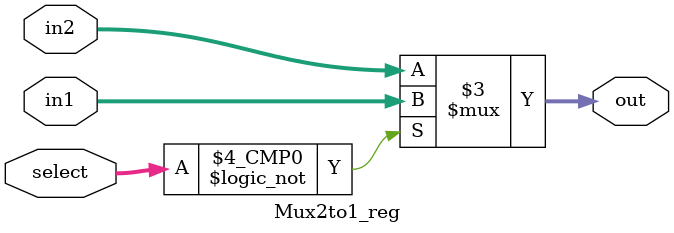
<source format=v>
module PCMux( 
    input clk,reset,enable,
    input wire [1:0] PCSrc,
	input wire [31:0] pc_plus,
    input wire [31:0] pc_jmp,
    input wire [31:0] pc_jmpr,
    input wire [31:0] pc_brnch,
	output reg [31:0] PC_OUT
   );

    localparam
	PC_PLUS4   = 0,
	PC_JUMP    = 1,
	PC_JR      = 2,
	PC_BRANCH  = 3;

    always @(posedge clk) begin
		if (reset) begin
			PC_OUT <= 32'b0;
		end
		else if (enable) begin
			case (PCSrc)
				PC_PLUS4: PC_OUT <= pc_plus;
				PC_JUMP: PC_OUT <= pc_jmp;
				PC_JR: PC_OUT <= pc_jmpr;
				PC_BRANCH: PC_OUT <= pc_brnch;
			endcase
		end
	end

endmodule

module ForwardingMux( 
    input wire [1:0] Frwd1_ID,
    input wire [1:0] Frwd2_ID,
	input wire [31:0] regA_ID,
    input wire [31:0] regB_ID,
    input wire [31:0] ALUout1,
    input wire [31:0] ALUout2,
    input wire [31:0] read_data,
	output reg [31:0] regA_Frwd,
    output reg [31:0] regB_Frwd
   );

    always @(*) begin
		regA_Frwd = regA_ID;
		regB_Frwd = regB_ID;
		case (Frwd1_ID)
			0: regA_Frwd = regA_ID;
			1: regA_Frwd = ALUout1;
			2: regA_Frwd = ALUout2;
			3: regA_Frwd = read_data;
		endcase
		case (Frwd2_ID)
			0: regB_Frwd = regB_ID;
			1: regB_Frwd = ALUout1;
			2: regB_Frwd = ALUout2;
			3: regB_Frwd = read_data;
		endcase
	end

endmodule


module Mux3to1_32( 
    input wire [1:0] select,
	input wire [31:0] in1,
    input wire [31:0] in2,
    input wire [31:0] in3,
	output reg [31:0] out
   );

	always @ (*) begin
	case (select)
			0: out = in1;
			1: out = in2;
			2: out = in3;
	endcase
	end

endmodule

module Mux3to1_5( 
    input wire [1:0] select,
	input wire [4:0] in1,
    input wire [4:0] in2,
    input wire [4:0] in3,
	output reg [4:0] out
   );

	always @ (*) begin
	case (select)
			0: out = in1;
			1: out = in2;
			2: out = in3;
	endcase
	end

endmodule

module Mux2to1_32( 
    input wire select,
	input wire [31:0] in1,
    input wire [31:0] in2,
	output reg [31:0] out
   );

	always @ (*) begin
	case (select)
			0: out = in1;
			1: out = in2;
	endcase
	end

endmodule

module Mux2to1_reg( 
    input wire [4:0] select,
	input wire [31:0] in1,
    input wire [31:0] in2,
	output reg [31:0] out
   );

	always @ (*) begin
	case (select)
			0: out = in1;
			default: out = in2;
	endcase
	end

endmodule


</source>
